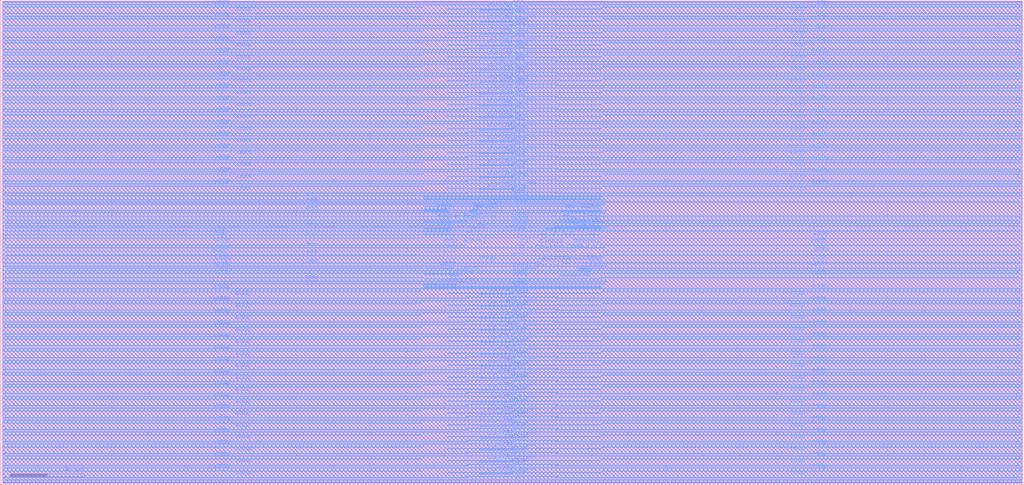
<source format=lef>
#############################################################################################
## Intel Confidential                                                                      ##
#############################################################################################
## Copyright 2022 Intel Corporation. The information contained herein is the proprietary   ##
## and confidential information of Intel or its licensors, and is supplied subject to, and ##
## may be used only in accordance with, previously executed agreements with Intel.         ##
## EXCEPT AS MAY OTHERWISE BE AGREED IN WRITING: (1) ALL MATERIALS FURNISHED BY INTEL      ##
## HEREUNDER ARE PROVIDED "AS IS" WITHOUT WARRANTY OF ANY KIND; (2) INTEL SPECIFICALLY     ##
## DISCLAIMS ANY WARRANTY OF NONINFRINGEMENT, FITNESS FOR A PARTICULAR PURPOSE OR          ##
## MERCHANTABILITY; AND (3) INTEL WILL NOT BE LIABLE FOR ANY COSTS OF PROCUREMENT OF       ##
## SUBSTITUTES, LOSS OF PROFITS, INTERRUPTION OF BUSINESS, OR FOR ANY OTHER SPECIAL,       ##
## CONSEQUENTIAL OR INCIDENTAL DAMAGES, HOWEVER CAUSED, WHETHER FOR BREACH OF WARRANTY,    ##
## CONTRACT, TORT, NEGLIGENCE, STRICT LIABILITY OR OTHERWISE.                              ##
#############################################################################################
#############################################################################################
##                                                                                         ##
##  Vendor:                Intel Corporation                                               ##
##  Product:               ip224uhdlp1p11rf                                                ##
##  Version:               r1.0.1                                                          ##
##  Technology:            p1222.4                                                         ##
##  Celltype:              MemoryIP                                                        ##
##  IP Owner:              Intel CMO                                                       ##
##  Creation Time:         Wed Sep 14 2022 15:16:23                                        ##
##  Memory Name:           ip224uhdlp1p11rf_2048x32m4b2c1s0_t0r0p1d0a1m1h                  ##
##  Memory Name Generated: ip224uhdlp1p11rf_2048x32m4b2c1s0_t0r0p1d0a1m1h                  ##
##                                                                                         ##
#############################################################################################

VERSION 5.6 ;
BUSBITCHARS "[]" ;
DIVIDERCHAR "/" ;
UNITS
  DATABASE MICRONS 2000 ;
END UNITS
SITE ip224uhdlp1p11rf_2048x32m4b2c1s0_t0r0p1d0a1m1h
  SIZE 138.5 by 65.7 ;
  SYMMETRY X Y ;
  CLASS CORE ;
END ip224uhdlp1p11rf_2048x32m4b2c1s0_t0r0p1d0a1m1h


MACRO ip224uhdlp1p11rf_2048x32m4b2c1s0_t0r0p1d0a1m1h
     FOREIGN ip224uhdlp1p11rf_2048x32m4b2c1s0_t0r0p1d0a1m1h 0.00 0.00 ;
     ORIGIN 0.00 0.00 ;
     SIZE 138.5 by 65.7 ;
     SYMMETRY X Y ;
     CLASS BLOCK ;
     SITE ip224uhdlp1p11rf_2048x32m4b2c1s0_t0r0p1d0a1m1h ;
     PIN adr[0]
     DIRECTION input ;
          USE SIGNAL ;
          PORT
               LAYER m4 ;
               RECT 75.8075 37.004 76.9975 37.08 ;
          END
     END adr[0]
     PIN adr[10]
     DIRECTION input ;
          USE SIGNAL ;
          PORT
               LAYER m4 ;
               RECT 63.6255 37.3 64.577 37.376 ;
          END
     END adr[10]
     PIN adr[1]
     DIRECTION input ;
          USE SIGNAL ;
          PORT
               LAYER m4 ;
               RECT 75.4125 35.884 76.3995 35.96 ;
          END
     END adr[1]
     PIN adr[2]
     DIRECTION input ;
          USE SIGNAL ;
          PORT
               LAYER m4 ;
               RECT 75.238 34.928 76.412 35.004 ;
          END
     END adr[2]
     PIN adr[3]
     DIRECTION input ;
          USE SIGNAL ;
          PORT
               LAYER m4 ;
               RECT 76.492 34.928 77.654 35.004 ;
          END
     END adr[3]
     PIN adr[4]
     DIRECTION input ;
          USE SIGNAL ;
          PORT
               LAYER m4 ;
               RECT 60.693 27.04 61.65 27.116 ;
          END
     END adr[4]
     PIN adr[5]
     DIRECTION input ;
          USE SIGNAL ;
          PORT
               LAYER m4 ;
               RECT 61.9745 32.406 62.914 32.462 ;
          END
     END adr[5]
     PIN adr[6]
     DIRECTION input ;
          USE SIGNAL ;
          PORT
               LAYER m4 ;
               RECT 60.656 28.306 62.037 28.382 ;
          END
     END adr[6]
     PIN adr[7]
     DIRECTION input ;
          USE SIGNAL ;
          PORT
               LAYER m4 ;
               RECT 61.0805 28.456 62.389 28.532 ;
          END
     END adr[7]
     PIN adr[8]
     DIRECTION input ;
          USE SIGNAL ;
          PORT
               LAYER m4 ;
               RECT 63.343 35.884 64.2675 35.96 ;
          END
     END adr[8]
     PIN adr[9]
     DIRECTION input ;
          USE SIGNAL ;
          PORT
               LAYER m4 ;
               RECT 63.355 37.004 64.485 37.08 ;
          END
     END adr[9]
     PIN bc1
     DIRECTION input ;
          USE SIGNAL ;
          PORT
               LAYER m4 ;
               RECT 75.4925 35.62 76.5565 35.696 ;
          END
     END bc1
     PIN bc2
     DIRECTION input ;
          USE SIGNAL ;
          PORT
               LAYER m4 ;
               RECT 76.412 33.938 77.5515 33.994 ;
          END
     END bc2
     PIN clkbyp
     DIRECTION input ;
          USE SIGNAL ;
          PORT
               LAYER m4 ;
               RECT 72.415 32.406 73.2675 32.462 ;
          END
     END clkbyp
     PIN deepslp
     DIRECTION input ;
          USE SIGNAL ;
          PORT
               LAYER m4 ;
               RECT 76.916 32.406 77.91 32.462 ;
          END
     END deepslp
     PIN din[0]
     DIRECTION input ;
          USE SIGNAL ;
          PORT
               LAYER m4 ;
               RECT 64.658 64.268 67.1525 64.376 ;
          END
     END din[0]
     PIN din[10]
     DIRECTION input ;
          USE SIGNAL ;
          PORT
               LAYER m4 ;
               RECT 64.658 48.068 67.1525 48.176 ;
          END
     END din[10]
     PIN din[11]
     DIRECTION input ;
          USE SIGNAL ;
          PORT
               LAYER m4 ;
               RECT 64.658 46.448 67.1525 46.556 ;
          END
     END din[11]
     PIN din[12]
     DIRECTION input ;
          USE SIGNAL ;
          PORT
               LAYER m4 ;
               RECT 64.658 44.828 67.1525 44.936 ;
          END
     END din[12]
     PIN din[13]
     DIRECTION input ;
          USE SIGNAL ;
          PORT
               LAYER m4 ;
               RECT 64.658 43.208 67.1525 43.316 ;
          END
     END din[13]
     PIN din[14]
     DIRECTION input ;
          USE SIGNAL ;
          PORT
               LAYER m4 ;
               RECT 64.658 41.588 67.1525 41.696 ;
          END
     END din[14]
     PIN din[15]
     DIRECTION input ;
          USE SIGNAL ;
          PORT
               LAYER m4 ;
               RECT 64.658 39.968 67.1525 40.076 ;
          END
     END din[15]
     PIN din[16]
     DIRECTION input ;
          USE SIGNAL ;
          PORT
               LAYER m4 ;
               RECT 64.658 25.748 67.1525 25.856 ;
          END
     END din[16]
     PIN din[17]
     DIRECTION input ;
          USE SIGNAL ;
          PORT
               LAYER m4 ;
               RECT 64.658 24.128 67.1525 24.236 ;
          END
     END din[17]
     PIN din[18]
     DIRECTION input ;
          USE SIGNAL ;
          PORT
               LAYER m4 ;
               RECT 64.658 22.508 67.1525 22.616 ;
          END
     END din[18]
     PIN din[19]
     DIRECTION input ;
          USE SIGNAL ;
          PORT
               LAYER m4 ;
               RECT 64.658 20.888 67.1525 20.996 ;
          END
     END din[19]
     PIN din[1]
     DIRECTION input ;
          USE SIGNAL ;
          PORT
               LAYER m4 ;
               RECT 64.658 62.648 67.1525 62.756 ;
          END
     END din[1]
     PIN din[20]
     DIRECTION input ;
          USE SIGNAL ;
          PORT
               LAYER m4 ;
               RECT 64.658 19.268 67.1525 19.376 ;
          END
     END din[20]
     PIN din[21]
     DIRECTION input ;
          USE SIGNAL ;
          PORT
               LAYER m4 ;
               RECT 64.658 17.648 67.1525 17.756 ;
          END
     END din[21]
     PIN din[22]
     DIRECTION input ;
          USE SIGNAL ;
          PORT
               LAYER m4 ;
               RECT 64.658 16.028 67.1525 16.136 ;
          END
     END din[22]
     PIN din[23]
     DIRECTION input ;
          USE SIGNAL ;
          PORT
               LAYER m4 ;
               RECT 64.658 14.408 67.1525 14.516 ;
          END
     END din[23]
     PIN din[24]
     DIRECTION input ;
          USE SIGNAL ;
          PORT
               LAYER m4 ;
               RECT 64.658 12.788 67.1525 12.896 ;
          END
     END din[24]
     PIN din[25]
     DIRECTION input ;
          USE SIGNAL ;
          PORT
               LAYER m4 ;
               RECT 64.658 11.168 67.1525 11.276 ;
          END
     END din[25]
     PIN din[26]
     DIRECTION input ;
          USE SIGNAL ;
          PORT
               LAYER m4 ;
               RECT 64.658 9.548 67.1525 9.656 ;
          END
     END din[26]
     PIN din[27]
     DIRECTION input ;
          USE SIGNAL ;
          PORT
               LAYER m4 ;
               RECT 64.658 7.928 67.1525 8.036 ;
          END
     END din[27]
     PIN din[28]
     DIRECTION input ;
          USE SIGNAL ;
          PORT
               LAYER m4 ;
               RECT 64.658 6.308 67.1525 6.416 ;
          END
     END din[28]
     PIN din[29]
     DIRECTION input ;
          USE SIGNAL ;
          PORT
               LAYER m4 ;
               RECT 64.658 4.688 67.1525 4.796 ;
          END
     END din[29]
     PIN din[2]
     DIRECTION input ;
          USE SIGNAL ;
          PORT
               LAYER m4 ;
               RECT 64.658 61.028 67.1525 61.136 ;
          END
     END din[2]
     PIN din[30]
     DIRECTION input ;
          USE SIGNAL ;
          PORT
               LAYER m4 ;
               RECT 64.658 3.068 67.1525 3.176 ;
          END
     END din[30]
     PIN din[31]
     DIRECTION input ;
          USE SIGNAL ;
          PORT
               LAYER m4 ;
               RECT 64.658 1.448 67.1525 1.556 ;
          END
     END din[31]
     PIN din[3]
     DIRECTION input ;
          USE SIGNAL ;
          PORT
               LAYER m4 ;
               RECT 64.658 59.408 67.1525 59.516 ;
          END
     END din[3]
     PIN din[4]
     DIRECTION input ;
          USE SIGNAL ;
          PORT
               LAYER m4 ;
               RECT 64.658 57.788 67.1525 57.896 ;
          END
     END din[4]
     PIN din[5]
     DIRECTION input ;
          USE SIGNAL ;
          PORT
               LAYER m4 ;
               RECT 64.658 56.168 67.1525 56.276 ;
          END
     END din[5]
     PIN din[6]
     DIRECTION input ;
          USE SIGNAL ;
          PORT
               LAYER m4 ;
               RECT 64.658 54.548 67.1525 54.656 ;
          END
     END din[6]
     PIN din[7]
     DIRECTION input ;
          USE SIGNAL ;
          PORT
               LAYER m4 ;
               RECT 64.658 52.928 67.1525 53.036 ;
          END
     END din[7]
     PIN din[8]
     DIRECTION input ;
          USE SIGNAL ;
          PORT
               LAYER m4 ;
               RECT 64.658 51.308 67.1525 51.416 ;
          END
     END din[8]
     PIN din[9]
     DIRECTION input ;
          USE SIGNAL ;
          PORT
               LAYER m4 ;
               RECT 64.658 49.688 67.1525 49.796 ;
          END
     END din[9]
     PIN fwen
     DIRECTION input ;
          USE SIGNAL ;
          PORT
               LAYER m4 ;
               RECT 76.0675 31.57 77.022 31.626 ;
          END
     END fwen
     PIN mc[0]
     DIRECTION input ;
          USE SIGNAL ;
          PORT
               LAYER m4 ;
               RECT 62.892 34.204 63.931 34.28 ;
          END
     END mc[0]
     PIN mc[1]
     DIRECTION input ;
          USE SIGNAL ;
          PORT
               LAYER m4 ;
               RECT 60.672 35.62 61.9 35.696 ;
          END
     END mc[1]
     PIN mc[2]
     DIRECTION input ;
          USE SIGNAL ;
          PORT
               LAYER m4 ;
               RECT 62.031 35.62 63.173 35.696 ;
          END
     END mc[2]
     PIN mcen
     DIRECTION input ;
          USE SIGNAL ;
          PORT
               LAYER m4 ;
               RECT 62.1285 35.884 63.065 35.96 ;
          END
     END mcen
     PIN mpr
     DIRECTION output ;
          USE SIGNAL ;
          PORT
               LAYER m4 ;
               RECT 74.773 31.57 75.709 31.626 ;
          END
     END mpr
     PIN q[0]
     DIRECTION output ;
          USE SIGNAL ;
          PORT
               LAYER m4 ;
               RECT 67.2325 64.268 69.3865 64.376 ;
          END
     END q[0]
     PIN q[10]
     DIRECTION output ;
          USE SIGNAL ;
          PORT
               LAYER m4 ;
               RECT 67.2325 48.068 69.3865 48.176 ;
          END
     END q[10]
     PIN q[11]
     DIRECTION output ;
          USE SIGNAL ;
          PORT
               LAYER m4 ;
               RECT 67.2325 46.448 69.3865 46.556 ;
          END
     END q[11]
     PIN q[12]
     DIRECTION output ;
          USE SIGNAL ;
          PORT
               LAYER m4 ;
               RECT 67.2325 44.828 69.3865 44.936 ;
          END
     END q[12]
     PIN q[13]
     DIRECTION output ;
          USE SIGNAL ;
          PORT
               LAYER m4 ;
               RECT 67.2325 43.208 69.3865 43.316 ;
          END
     END q[13]
     PIN q[14]
     DIRECTION output ;
          USE SIGNAL ;
          PORT
               LAYER m4 ;
               RECT 67.2325 41.588 69.3865 41.696 ;
          END
     END q[14]
     PIN q[15]
     DIRECTION output ;
          USE SIGNAL ;
          PORT
               LAYER m4 ;
               RECT 67.2325 39.968 69.3865 40.076 ;
          END
     END q[15]
     PIN q[16]
     DIRECTION output ;
          USE SIGNAL ;
          PORT
               LAYER m4 ;
               RECT 67.2325 25.748 69.3865 25.856 ;
          END
     END q[16]
     PIN q[17]
     DIRECTION output ;
          USE SIGNAL ;
          PORT
               LAYER m4 ;
               RECT 67.2325 24.128 69.3865 24.236 ;
          END
     END q[17]
     PIN q[18]
     DIRECTION output ;
          USE SIGNAL ;
          PORT
               LAYER m4 ;
               RECT 67.2325 22.508 69.3865 22.616 ;
          END
     END q[18]
     PIN q[19]
     DIRECTION output ;
          USE SIGNAL ;
          PORT
               LAYER m4 ;
               RECT 67.2325 20.888 69.3865 20.996 ;
          END
     END q[19]
     PIN q[1]
     DIRECTION output ;
          USE SIGNAL ;
          PORT
               LAYER m4 ;
               RECT 67.2325 62.648 69.3865 62.756 ;
          END
     END q[1]
     PIN q[20]
     DIRECTION output ;
          USE SIGNAL ;
          PORT
               LAYER m4 ;
               RECT 67.2325 19.268 69.3865 19.376 ;
          END
     END q[20]
     PIN q[21]
     DIRECTION output ;
          USE SIGNAL ;
          PORT
               LAYER m4 ;
               RECT 67.2325 17.648 69.3865 17.756 ;
          END
     END q[21]
     PIN q[22]
     DIRECTION output ;
          USE SIGNAL ;
          PORT
               LAYER m4 ;
               RECT 67.2325 16.028 69.3865 16.136 ;
          END
     END q[22]
     PIN q[23]
     DIRECTION output ;
          USE SIGNAL ;
          PORT
               LAYER m4 ;
               RECT 67.2325 14.408 69.3865 14.516 ;
          END
     END q[23]
     PIN q[24]
     DIRECTION output ;
          USE SIGNAL ;
          PORT
               LAYER m4 ;
               RECT 67.2325 12.788 69.3865 12.896 ;
          END
     END q[24]
     PIN q[25]
     DIRECTION output ;
          USE SIGNAL ;
          PORT
               LAYER m4 ;
               RECT 67.2325 11.168 69.3865 11.276 ;
          END
     END q[25]
     PIN q[26]
     DIRECTION output ;
          USE SIGNAL ;
          PORT
               LAYER m4 ;
               RECT 67.2325 9.548 69.3865 9.656 ;
          END
     END q[26]
     PIN q[27]
     DIRECTION output ;
          USE SIGNAL ;
          PORT
               LAYER m4 ;
               RECT 67.2325 7.928 69.3865 8.036 ;
          END
     END q[27]
     PIN q[28]
     DIRECTION output ;
          USE SIGNAL ;
          PORT
               LAYER m4 ;
               RECT 67.2325 6.308 69.3865 6.416 ;
          END
     END q[28]
     PIN q[29]
     DIRECTION output ;
          USE SIGNAL ;
          PORT
               LAYER m4 ;
               RECT 67.2325 4.688 69.3865 4.796 ;
          END
     END q[29]
     PIN q[2]
     DIRECTION output ;
          USE SIGNAL ;
          PORT
               LAYER m4 ;
               RECT 67.2325 61.028 69.3865 61.136 ;
          END
     END q[2]
     PIN q[30]
     DIRECTION output ;
          USE SIGNAL ;
          PORT
               LAYER m4 ;
               RECT 67.2325 3.068 69.3865 3.176 ;
          END
     END q[30]
     PIN q[31]
     DIRECTION output ;
          USE SIGNAL ;
          PORT
               LAYER m4 ;
               RECT 67.2325 1.448 69.3865 1.556 ;
          END
     END q[31]
     PIN q[3]
     DIRECTION output ;
          USE SIGNAL ;
          PORT
               LAYER m4 ;
               RECT 67.2325 59.408 69.3865 59.516 ;
          END
     END q[3]
     PIN q[4]
     DIRECTION output ;
          USE SIGNAL ;
          PORT
               LAYER m4 ;
               RECT 67.2325 57.788 69.3865 57.896 ;
          END
     END q[4]
     PIN q[5]
     DIRECTION output ;
          USE SIGNAL ;
          PORT
               LAYER m4 ;
               RECT 67.2325 56.168 69.3865 56.276 ;
          END
     END q[5]
     PIN q[6]
     DIRECTION output ;
          USE SIGNAL ;
          PORT
               LAYER m4 ;
               RECT 67.2325 54.548 69.3865 54.656 ;
          END
     END q[6]
     PIN q[7]
     DIRECTION output ;
          USE SIGNAL ;
          PORT
               LAYER m4 ;
               RECT 67.2325 52.928 69.3865 53.036 ;
          END
     END q[7]
     PIN q[8]
     DIRECTION output ;
          USE SIGNAL ;
          PORT
               LAYER m4 ;
               RECT 67.2325 51.308 69.3865 51.416 ;
          END
     END q[8]
     PIN q[9]
     DIRECTION output ;
          USE SIGNAL ;
          PORT
               LAYER m4 ;
               RECT 67.2325 49.688 69.3865 49.796 ;
          END
     END q[9]
     PIN ren
     DIRECTION input ;
          USE SIGNAL ;
          PORT
               LAYER m4 ;
               RECT 71.798 31.57 72.7035 31.626 ;
          END
     END ren
     PIN shutoff
     DIRECTION input ;
          USE SIGNAL ;
          PORT
               LAYER m4 ;
               RECT 77.244 31.57 78.1655 31.626 ;
          END
     END shutoff
     PIN sleep
     DIRECTION input ;
          USE SIGNAL ;
          PORT
               LAYER m4 ;
               RECT 79.4035 33.938 80.3265 33.994 ;
          END
     END sleep
     PIN wa[0]
     DIRECTION input ;
          USE SIGNAL ;
          PORT
               LAYER m4 ;
               RECT 74.36 33.938 75.3245 33.994 ;
          END
     END wa[0]
     PIN wa[1]
     DIRECTION input ;
          USE SIGNAL ;
          PORT
               LAYER m4 ;
               RECT 73.1475 33.938 74.178 33.994 ;
          END
     END wa[1]
     PIN wen
     DIRECTION input ;
          USE SIGNAL ;
          PORT
               LAYER m4 ;
               RECT 73.262 31.57 74.15 31.626 ;
          END
     END wen
     PIN wpulse[0]
     DIRECTION input ;
          USE SIGNAL ;
          PORT
               LAYER m4 ;
               RECT 75.887 30.004 77.144 30.08 ;
          END
     END wpulse[0]
     PIN wpulse[1]
     DIRECTION input ;
          USE SIGNAL ;
          PORT
               LAYER m4 ;
               RECT 71.4065 29.28 72.45 29.356 ;
          END
     END wpulse[1]
     PIN wpulseen
     DIRECTION input ;
          USE SIGNAL ;
          PORT
               LAYER m4 ;
               RECT 72.2125 30.004 73.099 30.08 ;
          END
     END wpulseen
     PIN clk
     DIRECTION input ;
          USE CLOCK ;
          PORT
               LAYER m4 ;
               RECT 69.8725 32.406 70.9045 32.462 ;
          END
     END clk
     PIN vddp
     SHAPE ABUTMENT ;
     DIRECTION input ;
          USE POWER ;
          PORT
               LAYER m4 ;
               RECT 0.48 0.958 63.049 1.034 ;
          END
          PORT
               LAYER m4 ;
               RECT 0.48 1.846 57.036 1.922 ;
          END
          PORT
               LAYER m4 ;
               RECT 0.48 10.678 63.049 10.754 ;
          END
          PORT
               LAYER m4 ;
               RECT 0.48 11.566 57.036 11.642 ;
          END
          PORT
               LAYER m4 ;
               RECT 0.48 12.298 63.049 12.374 ;
          END
          PORT
               LAYER m4 ;
               RECT 0.48 13.186 57.036 13.262 ;
          END
          PORT
               LAYER m4 ;
               RECT 0.48 13.918 63.049 13.994 ;
          END
          PORT
               LAYER m4 ;
               RECT 0.48 14.806 57.036 14.882 ;
          END
          PORT
               LAYER m4 ;
               RECT 0.48 15.538 63.049 15.614 ;
          END
          PORT
               LAYER m4 ;
               RECT 0.48 16.426 57.036 16.502 ;
          END
          PORT
               LAYER m4 ;
               RECT 0.48 17.158 63.049 17.234 ;
          END
          PORT
               LAYER m4 ;
               RECT 0.48 18.046 57.036 18.122 ;
          END
          PORT
               LAYER m4 ;
               RECT 0.48 18.778 63.049 18.854 ;
          END
          PORT
               LAYER m4 ;
               RECT 0.48 19.666 57.036 19.742 ;
          END
          PORT
               LAYER m4 ;
               RECT 0.48 2.578 63.049 2.654 ;
          END
          PORT
               LAYER m4 ;
               RECT 0.48 20.398 63.049 20.474 ;
          END
          PORT
               LAYER m4 ;
               RECT 0.48 21.286 57.036 21.362 ;
          END
          PORT
               LAYER m4 ;
               RECT 0.48 22.018 63.049 22.094 ;
          END
          PORT
               LAYER m4 ;
               RECT 0.48 22.906 57.036 22.982 ;
          END
          PORT
               LAYER m4 ;
               RECT 0.48 23.638 63.049 23.714 ;
          END
          PORT
               LAYER m4 ;
               RECT 0.48 24.526 57.036 24.602 ;
          END
          PORT
               LAYER m4 ;
               RECT 0.48 25.258 63.049 25.334 ;
          END
          PORT
               LAYER m4 ;
               RECT 0.48 26.146 57.036 26.222 ;
          END
          PORT
               LAYER m4 ;
               RECT 0.48 3.466 57.036 3.542 ;
          END
          PORT
               LAYER m4 ;
               RECT 0.48 39.478 63.049 39.554 ;
          END
          PORT
               LAYER m4 ;
               RECT 0.48 4.198 63.049 4.274 ;
          END
          PORT
               LAYER m4 ;
               RECT 0.48 40.366 57.036 40.442 ;
          END
          PORT
               LAYER m4 ;
               RECT 0.48 41.098 63.049 41.174 ;
          END
          PORT
               LAYER m4 ;
               RECT 0.48 41.986 57.036 42.062 ;
          END
          PORT
               LAYER m4 ;
               RECT 0.48 42.718 63.049 42.794 ;
          END
          PORT
               LAYER m4 ;
               RECT 0.48 43.606 57.036 43.682 ;
          END
          PORT
               LAYER m4 ;
               RECT 0.48 44.338 63.049 44.414 ;
          END
          PORT
               LAYER m4 ;
               RECT 0.48 45.226 57.036 45.302 ;
          END
          PORT
               LAYER m4 ;
               RECT 0.48 45.958 63.049 46.034 ;
          END
          PORT
               LAYER m4 ;
               RECT 0.48 46.846 57.036 46.922 ;
          END
          PORT
               LAYER m4 ;
               RECT 0.48 47.578 63.049 47.654 ;
          END
          PORT
               LAYER m4 ;
               RECT 0.48 48.466 57.036 48.542 ;
          END
          PORT
               LAYER m4 ;
               RECT 0.48 49.198 63.049 49.274 ;
          END
          PORT
               LAYER m4 ;
               RECT 0.48 5.086 57.036 5.162 ;
          END
          PORT
               LAYER m4 ;
               RECT 0.48 5.818 63.049 5.894 ;
          END
          PORT
               LAYER m4 ;
               RECT 0.48 50.086 57.036 50.162 ;
          END
          PORT
               LAYER m4 ;
               RECT 0.48 50.818 63.049 50.894 ;
          END
          PORT
               LAYER m4 ;
               RECT 0.48 51.706 57.036 51.782 ;
          END
          PORT
               LAYER m4 ;
               RECT 0.48 52.438 63.049 52.514 ;
          END
          PORT
               LAYER m4 ;
               RECT 0.48 53.326 57.036 53.402 ;
          END
          PORT
               LAYER m4 ;
               RECT 0.48 54.058 63.049 54.134 ;
          END
          PORT
               LAYER m4 ;
               RECT 0.48 54.946 57.036 55.022 ;
          END
          PORT
               LAYER m4 ;
               RECT 0.48 55.678 63.049 55.754 ;
          END
          PORT
               LAYER m4 ;
               RECT 0.48 56.566 57.036 56.642 ;
          END
          PORT
               LAYER m4 ;
               RECT 0.48 57.298 63.049 57.374 ;
          END
          PORT
               LAYER m4 ;
               RECT 0.48 58.186 57.036 58.262 ;
          END
          PORT
               LAYER m4 ;
               RECT 0.48 58.918 63.049 58.994 ;
          END
          PORT
               LAYER m4 ;
               RECT 0.48 59.806 57.036 59.882 ;
          END
          PORT
               LAYER m4 ;
               RECT 0.48 6.706 57.036 6.782 ;
          END
          PORT
               LAYER m4 ;
               RECT 0.48 60.538 63.049 60.614 ;
          END
          PORT
               LAYER m4 ;
               RECT 0.48 61.426 57.036 61.502 ;
          END
          PORT
               LAYER m4 ;
               RECT 0.48 62.158 63.049 62.234 ;
          END
          PORT
               LAYER m4 ;
               RECT 0.48 63.046 57.036 63.122 ;
          END
          PORT
               LAYER m4 ;
               RECT 0.48 63.778 63.049 63.854 ;
          END
          PORT
               LAYER m4 ;
               RECT 0.48 64.666 57.036 64.742 ;
          END
          PORT
               LAYER m4 ;
               RECT 0.48 7.438 63.049 7.514 ;
          END
          PORT
               LAYER m4 ;
               RECT 0.48 8.326 57.036 8.402 ;
          END
          PORT
               LAYER m4 ;
               RECT 0.48 9.058 63.049 9.134 ;
          END
          PORT
               LAYER m4 ;
               RECT 0.48 9.946 57.036 10.022 ;
          END
          PORT
               LAYER m4 ;
               RECT 0.616 28.028 57.208 28.104 ;
          END
          PORT
               LAYER m4 ;
               RECT 0.616 28.588 137.884 28.664 ;
          END
          PORT
               LAYER m4 ;
               RECT 0.616 28.984 137.884 29.06 ;
          END
          PORT
               LAYER m4 ;
               RECT 0.616 29.28 57.208 29.356 ;
          END
          PORT
               LAYER m4 ;
               RECT 0.616 30.004 57.208 30.08 ;
          END
          PORT
               LAYER m4 ;
               RECT 0.616 31.072 56.56 31.116 ;
          END
          PORT
               LAYER m4 ;
               RECT 0.616 31.57 57.208 31.626 ;
          END
          PORT
               LAYER m4 ;
               RECT 0.616 32.406 57.208 32.462 ;
          END
          PORT
               LAYER m4 ;
               RECT 0.616 33.324 56.56 33.368 ;
          END
          PORT
               LAYER m4 ;
               RECT 0.616 34.336 137.884 34.412 ;
          END
          PORT
               LAYER m4 ;
               RECT 0.616 35.06 137.884 35.136 ;
          END
          PORT
               LAYER m4 ;
               RECT 0.616 35.356 137.884 35.432 ;
          END
          PORT
               LAYER m4 ;
               RECT 0.616 35.752 137.884 35.828 ;
          END
          PORT
               LAYER m4 ;
               RECT 0.616 36.312 137.884 36.388 ;
          END
          PORT
               LAYER m4 ;
               RECT 0.616 38.256 137.884 38.364 ;
          END
          PORT
               LAYER m4 ;
               RECT 57.248 26.644 81.252 26.72 ;
          END
          PORT
               LAYER m4 ;
               RECT 57.248 26.776 81.252 26.852 ;
          END
          PORT
               LAYER m4 ;
               RECT 57.248 27.04 60.613 27.116 ;
          END
          PORT
               LAYER m4 ;
               RECT 57.248 27.896 81.252 27.972 ;
          END
          PORT
               LAYER m4 ;
               RECT 57.248 28.456 61.0005 28.532 ;
          END
          PORT
               LAYER m4 ;
               RECT 57.248 37.696 81.252 37.772 ;
          END
          PORT
               LAYER m4 ;
               RECT 57.248 38.716 81.252 38.792 ;
          END
          PORT
               LAYER m4 ;
               RECT 57.248 38.98 81.252 39.056 ;
          END
          PORT
               LAYER m4 ;
               RECT 57.2565 33.938 61.2505 33.994 ;
          END
          PORT
               LAYER m4 ;
               RECT 57.2565 34.204 60.8165 34.28 ;
          END
          PORT
               LAYER m4 ;
               RECT 57.2565 34.632 60.5665 34.708 ;
          END
          PORT
               LAYER m4 ;
               RECT 57.2565 35.62 60.5665 35.696 ;
          END
          PORT
               LAYER m4 ;
               RECT 57.2565 35.884 60.5665 35.96 ;
          END
          PORT
               LAYER m4 ;
               RECT 57.2565 37.004 60.5665 37.08 ;
          END
          PORT
               LAYER m4 ;
               RECT 57.2565 37.3 60.5665 37.376 ;
          END
          PORT
               LAYER m4 ;
               RECT 57.299 32.406 61.7495 32.462 ;
          END
          PORT
               LAYER m4 ;
               RECT 57.302 31.57 62.0135 31.626 ;
          END
          PORT
               LAYER m4 ;
               RECT 57.317 30.004 72.1325 30.08 ;
          END
          PORT
               LAYER m4 ;
               RECT 57.38 29.28 61.212 29.356 ;
          END
          PORT
               LAYER m4 ;
               RECT 62.973 1.08 75.3295 1.156 ;
          END
          PORT
               LAYER m4 ;
               RECT 62.973 10.8 75.3295 10.876 ;
          END
          PORT
               LAYER m4 ;
               RECT 62.973 12.42 75.3295 12.496 ;
          END
          PORT
               LAYER m4 ;
               RECT 62.973 14.04 75.3295 14.116 ;
          END
          PORT
               LAYER m4 ;
               RECT 62.973 15.66 75.3295 15.736 ;
          END
          PORT
               LAYER m4 ;
               RECT 62.973 17.28 75.3295 17.356 ;
          END
          PORT
               LAYER m4 ;
               RECT 62.973 18.9 75.3295 18.976 ;
          END
          PORT
               LAYER m4 ;
               RECT 62.973 2.7 75.3295 2.776 ;
          END
          PORT
               LAYER m4 ;
               RECT 62.973 20.52 75.3295 20.596 ;
          END
          PORT
               LAYER m4 ;
               RECT 62.973 22.14 75.3295 22.216 ;
          END
          PORT
               LAYER m4 ;
               RECT 62.973 23.76 75.3295 23.836 ;
          END
          PORT
               LAYER m4 ;
               RECT 62.973 25.38 75.3295 25.456 ;
          END
          PORT
               LAYER m4 ;
               RECT 62.973 39.6 75.3295 39.676 ;
          END
          PORT
               LAYER m4 ;
               RECT 62.973 4.32 75.3295 4.396 ;
          END
          PORT
               LAYER m4 ;
               RECT 62.973 41.22 75.3295 41.296 ;
          END
          PORT
               LAYER m4 ;
               RECT 62.973 42.84 75.3295 42.916 ;
          END
          PORT
               LAYER m4 ;
               RECT 62.973 44.46 75.3295 44.536 ;
          END
          PORT
               LAYER m4 ;
               RECT 62.973 46.08 75.3295 46.156 ;
          END
          PORT
               LAYER m4 ;
               RECT 62.973 47.7 75.3295 47.776 ;
          END
          PORT
               LAYER m4 ;
               RECT 62.973 49.32 75.3295 49.396 ;
          END
          PORT
               LAYER m4 ;
               RECT 62.973 5.94 75.3295 6.016 ;
          END
          PORT
               LAYER m4 ;
               RECT 62.973 50.94 75.3295 51.016 ;
          END
          PORT
               LAYER m4 ;
               RECT 62.973 52.56 75.3295 52.636 ;
          END
          PORT
               LAYER m4 ;
               RECT 62.973 54.18 75.3295 54.256 ;
          END
          PORT
               LAYER m4 ;
               RECT 62.973 55.8 75.3295 55.876 ;
          END
          PORT
               LAYER m4 ;
               RECT 62.973 57.42 75.3295 57.496 ;
          END
          PORT
               LAYER m4 ;
               RECT 62.973 59.04 75.3295 59.116 ;
          END
          PORT
               LAYER m4 ;
               RECT 62.973 60.66 75.3295 60.736 ;
          END
          PORT
               LAYER m4 ;
               RECT 62.973 62.28 75.3295 62.356 ;
          END
          PORT
               LAYER m4 ;
               RECT 62.973 63.9 75.3295 63.976 ;
          END
          PORT
               LAYER m4 ;
               RECT 62.973 7.56 75.3295 7.636 ;
          END
          PORT
               LAYER m4 ;
               RECT 62.973 9.18 75.3295 9.256 ;
          END
          PORT
               LAYER m4 ;
               RECT 73.686 34.632 81.2055 34.688 ;
          END
          PORT
               LAYER m4 ;
               RECT 75.2535 0.958 138.02 1.034 ;
          END
          PORT
               LAYER m4 ;
               RECT 75.2535 10.678 138.02 10.754 ;
          END
          PORT
               LAYER m4 ;
               RECT 75.2535 12.298 138.02 12.374 ;
          END
          PORT
               LAYER m4 ;
               RECT 75.2535 13.918 138.02 13.994 ;
          END
          PORT
               LAYER m4 ;
               RECT 75.2535 15.538 138.02 15.614 ;
          END
          PORT
               LAYER m4 ;
               RECT 75.2535 17.158 138.02 17.234 ;
          END
          PORT
               LAYER m4 ;
               RECT 75.2535 18.778 138.02 18.854 ;
          END
          PORT
               LAYER m4 ;
               RECT 75.2535 2.578 138.02 2.654 ;
          END
          PORT
               LAYER m4 ;
               RECT 75.2535 20.398 138.02 20.474 ;
          END
          PORT
               LAYER m4 ;
               RECT 75.2535 22.018 138.02 22.094 ;
          END
          PORT
               LAYER m4 ;
               RECT 75.2535 23.638 138.02 23.714 ;
          END
          PORT
               LAYER m4 ;
               RECT 75.2535 25.258 138.02 25.334 ;
          END
          PORT
               LAYER m4 ;
               RECT 75.2535 39.478 138.02 39.554 ;
          END
          PORT
               LAYER m4 ;
               RECT 75.2535 4.198 138.02 4.274 ;
          END
          PORT
               LAYER m4 ;
               RECT 75.2535 41.098 138.02 41.174 ;
          END
          PORT
               LAYER m4 ;
               RECT 75.2535 42.718 138.02 42.794 ;
          END
          PORT
               LAYER m4 ;
               RECT 75.2535 44.338 138.02 44.414 ;
          END
          PORT
               LAYER m4 ;
               RECT 75.2535 45.958 138.02 46.034 ;
          END
          PORT
               LAYER m4 ;
               RECT 75.2535 47.578 138.02 47.654 ;
          END
          PORT
               LAYER m4 ;
               RECT 75.2535 49.198 138.02 49.274 ;
          END
          PORT
               LAYER m4 ;
               RECT 75.2535 5.818 138.02 5.894 ;
          END
          PORT
               LAYER m4 ;
               RECT 75.2535 50.818 138.02 50.894 ;
          END
          PORT
               LAYER m4 ;
               RECT 75.2535 52.438 138.02 52.514 ;
          END
          PORT
               LAYER m4 ;
               RECT 75.2535 54.058 138.02 54.134 ;
          END
          PORT
               LAYER m4 ;
               RECT 75.2535 55.678 138.02 55.754 ;
          END
          PORT
               LAYER m4 ;
               RECT 75.2535 57.298 138.02 57.374 ;
          END
          PORT
               LAYER m4 ;
               RECT 75.2535 58.918 138.02 58.994 ;
          END
          PORT
               LAYER m4 ;
               RECT 75.2535 60.538 138.02 60.614 ;
          END
          PORT
               LAYER m4 ;
               RECT 75.2535 62.158 138.02 62.234 ;
          END
          PORT
               LAYER m4 ;
               RECT 75.2535 63.778 138.02 63.854 ;
          END
          PORT
               LAYER m4 ;
               RECT 75.2535 7.438 138.02 7.514 ;
          END
          PORT
               LAYER m4 ;
               RECT 75.2535 9.058 138.02 9.134 ;
          END
          PORT
               LAYER m4 ;
               RECT 75.631 28.292 79.74 28.4 ;
          END
          PORT
               LAYER m4 ;
               RECT 76.4795 35.884 81.252 35.96 ;
          END
          PORT
               LAYER m4 ;
               RECT 76.6365 35.62 81.252 35.696 ;
          END
          PORT
               LAYER m4 ;
               RECT 77.0775 37.004 81.252 37.08 ;
          END
          PORT
               LAYER m4 ;
               RECT 77.3345 30.004 81.1125 30.08 ;
          END
          PORT
               LAYER m4 ;
               RECT 77.859 29.28 81.252 29.356 ;
          END
          PORT
               LAYER m4 ;
               RECT 78.0175 34.928 81.2525 35.004 ;
          END
          PORT
               LAYER m4 ;
               RECT 81.292 28.028 137.884 28.104 ;
          END
          PORT
               LAYER m4 ;
               RECT 81.292 30.004 137.884 30.08 ;
          END
          PORT
               LAYER m4 ;
               RECT 81.292 31.57 137.884 31.626 ;
          END
          PORT
               LAYER m4 ;
               RECT 81.292 32.406 137.884 32.462 ;
          END
          PORT
               LAYER m4 ;
               RECT 81.332 29.28 137.884 29.356 ;
          END
          PORT
               LAYER m4 ;
               RECT 81.397 1.846 138.02 1.922 ;
          END
          PORT
               LAYER m4 ;
               RECT 81.397 11.566 138.02 11.642 ;
          END
          PORT
               LAYER m4 ;
               RECT 81.397 13.186 138.02 13.262 ;
          END
          PORT
               LAYER m4 ;
               RECT 81.397 14.806 138.02 14.882 ;
          END
          PORT
               LAYER m4 ;
               RECT 81.397 16.426 138.02 16.502 ;
          END
          PORT
               LAYER m4 ;
               RECT 81.397 18.046 138.02 18.122 ;
          END
          PORT
               LAYER m4 ;
               RECT 81.397 19.666 138.02 19.742 ;
          END
          PORT
               LAYER m4 ;
               RECT 81.397 21.286 138.02 21.362 ;
          END
          PORT
               LAYER m4 ;
               RECT 81.397 22.906 138.02 22.982 ;
          END
          PORT
               LAYER m4 ;
               RECT 81.397 24.526 138.02 24.602 ;
          END
          PORT
               LAYER m4 ;
               RECT 81.397 26.146 138.02 26.222 ;
          END
          PORT
               LAYER m4 ;
               RECT 81.397 3.466 138.02 3.542 ;
          END
          PORT
               LAYER m4 ;
               RECT 81.397 40.366 138.02 40.442 ;
          END
          PORT
               LAYER m4 ;
               RECT 81.397 41.986 138.02 42.062 ;
          END
          PORT
               LAYER m4 ;
               RECT 81.397 43.606 138.02 43.682 ;
          END
          PORT
               LAYER m4 ;
               RECT 81.397 45.226 138.02 45.302 ;
          END
          PORT
               LAYER m4 ;
               RECT 81.397 46.846 138.02 46.922 ;
          END
          PORT
               LAYER m4 ;
               RECT 81.397 48.466 138.02 48.542 ;
          END
          PORT
               LAYER m4 ;
               RECT 81.397 5.086 138.02 5.162 ;
          END
          PORT
               LAYER m4 ;
               RECT 81.397 50.086 138.02 50.162 ;
          END
          PORT
               LAYER m4 ;
               RECT 81.397 51.706 138.02 51.782 ;
          END
          PORT
               LAYER m4 ;
               RECT 81.397 53.326 138.02 53.402 ;
          END
          PORT
               LAYER m4 ;
               RECT 81.397 54.946 138.02 55.022 ;
          END
          PORT
               LAYER m4 ;
               RECT 81.397 56.566 138.02 56.642 ;
          END
          PORT
               LAYER m4 ;
               RECT 81.397 58.186 138.02 58.262 ;
          END
          PORT
               LAYER m4 ;
               RECT 81.397 59.806 138.02 59.882 ;
          END
          PORT
               LAYER m4 ;
               RECT 81.397 6.706 138.02 6.782 ;
          END
          PORT
               LAYER m4 ;
               RECT 81.397 61.426 138.02 61.502 ;
          END
          PORT
               LAYER m4 ;
               RECT 81.397 63.046 138.02 63.122 ;
          END
          PORT
               LAYER m4 ;
               RECT 81.397 64.666 138.02 64.742 ;
          END
          PORT
               LAYER m4 ;
               RECT 81.397 8.326 138.02 8.402 ;
          END
          PORT
               LAYER m4 ;
               RECT 81.397 9.946 138.02 10.022 ;
          END
          PORT
               LAYER m4 ;
               RECT 81.94 31.072 137.884 31.116 ;
          END
          PORT
               LAYER m4 ;
               RECT 81.94 33.324 137.884 33.368 ;
          END
     END vddp
     PIN vss
     SHAPE ABUTMENT ;
     DIRECTION inout ;
          USE GROUND ;
          PORT
               LAYER m4 ;
               RECT 0.48 0.592 138.02 0.668 ;
          END
          PORT
               LAYER m4 ;
               RECT 0.48 10.312 138.02 10.388 ;
          END
          PORT
               LAYER m4 ;
               RECT 0.48 11.932 138.02 12.008 ;
          END
          PORT
               LAYER m4 ;
               RECT 0.48 13.552 138.02 13.628 ;
          END
          PORT
               LAYER m4 ;
               RECT 0.48 15.172 138.02 15.248 ;
          END
          PORT
               LAYER m4 ;
               RECT 0.48 16.792 138.02 16.868 ;
          END
          PORT
               LAYER m4 ;
               RECT 0.48 18.412 138.02 18.488 ;
          END
          PORT
               LAYER m4 ;
               RECT 0.48 2.212 138.02 2.288 ;
          END
          PORT
               LAYER m4 ;
               RECT 0.48 20.032 138.02 20.108 ;
          END
          PORT
               LAYER m4 ;
               RECT 0.48 21.652 138.02 21.728 ;
          END
          PORT
               LAYER m4 ;
               RECT 0.48 23.272 138.02 23.348 ;
          END
          PORT
               LAYER m4 ;
               RECT 0.48 24.892 138.02 24.968 ;
          END
          PORT
               LAYER m4 ;
               RECT 0.48 26.512 138.02 26.588 ;
          END
          PORT
               LAYER m4 ;
               RECT 0.48 3.832 138.02 3.908 ;
          END
          PORT
               LAYER m4 ;
               RECT 0.48 39.112 138.02 39.188 ;
          END
          PORT
               LAYER m4 ;
               RECT 0.48 40.732 138.02 40.808 ;
          END
          PORT
               LAYER m4 ;
               RECT 0.48 42.352 138.02 42.428 ;
          END
          PORT
               LAYER m4 ;
               RECT 0.48 43.972 138.02 44.048 ;
          END
          PORT
               LAYER m4 ;
               RECT 0.48 45.592 138.02 45.668 ;
          END
          PORT
               LAYER m4 ;
               RECT 0.48 47.212 138.02 47.288 ;
          END
          PORT
               LAYER m4 ;
               RECT 0.48 48.832 138.02 48.908 ;
          END
          PORT
               LAYER m4 ;
               RECT 0.48 5.452 138.02 5.528 ;
          END
          PORT
               LAYER m4 ;
               RECT 0.48 50.452 138.02 50.528 ;
          END
          PORT
               LAYER m4 ;
               RECT 0.48 52.072 138.02 52.148 ;
          END
          PORT
               LAYER m4 ;
               RECT 0.48 53.692 138.02 53.768 ;
          END
          PORT
               LAYER m4 ;
               RECT 0.48 55.312 138.02 55.388 ;
          END
          PORT
               LAYER m4 ;
               RECT 0.48 56.932 138.02 57.008 ;
          END
          PORT
               LAYER m4 ;
               RECT 0.48 58.552 138.02 58.628 ;
          END
          PORT
               LAYER m4 ;
               RECT 0.48 60.172 138.02 60.248 ;
          END
          PORT
               LAYER m4 ;
               RECT 0.48 61.792 138.02 61.868 ;
          END
          PORT
               LAYER m4 ;
               RECT 0.48 63.412 138.02 63.488 ;
          END
          PORT
               LAYER m4 ;
               RECT 0.48 65.032 138.02 65.108 ;
          END
          PORT
               LAYER m4 ;
               RECT 0.48 7.072 138.02 7.148 ;
          END
          PORT
               LAYER m4 ;
               RECT 0.48 8.692 138.02 8.768 ;
          END
          PORT
               LAYER m4 ;
               RECT 0.616 27.172 81.94 27.28 ;
          END
          PORT
               LAYER m4 ;
               RECT 0.616 27.468 81.94 27.576 ;
          END
          PORT
               LAYER m4 ;
               RECT 0.616 29.544 81.94 29.652 ;
          END
          PORT
               LAYER m4 ;
               RECT 0.616 30.566 57.208 30.61 ;
          END
          PORT
               LAYER m4 ;
               RECT 0.616 30.982 81.94 31.026 ;
          END
          PORT
               LAYER m4 ;
               RECT 0.616 32.08 81.94 32.156 ;
          END
          PORT
               LAYER m4 ;
               RECT 0.616 33.414 81.94 33.458 ;
          END
          PORT
               LAYER m4 ;
               RECT 0.616 33.83 57.208 33.874 ;
          END
          PORT
               LAYER m4 ;
               RECT 0.616 34.764 81.94 34.872 ;
          END
          PORT
               LAYER m4 ;
               RECT 0.616 36.84 81.94 36.948 ;
          END
          PORT
               LAYER m4 ;
               RECT 0.616 37.136 81.94 37.244 ;
          END
          PORT
               LAYER m4 ;
               RECT 0.616 37.96 81.94 38.068 ;
          END
          PORT
               LAYER m4 ;
               RECT 0.616 38.552 81.94 38.66 ;
          END
          PORT
               LAYER m4 ;
               RECT 57.3355 30.554 81.1275 30.61 ;
          END
          PORT
               LAYER m4 ;
               RECT 57.3665 33.836 81.2115 33.892 ;
          END
          PORT
               LAYER m4 ;
               RECT 60.4615 1.602 81.2155 1.678 ;
          END
          PORT
               LAYER m4 ;
               RECT 60.4615 11.322 81.2155 11.398 ;
          END
          PORT
               LAYER m4 ;
               RECT 60.4615 12.942 81.2155 13.018 ;
          END
          PORT
               LAYER m4 ;
               RECT 60.4615 14.562 81.2155 14.638 ;
          END
          PORT
               LAYER m4 ;
               RECT 60.4615 16.182 81.2155 16.258 ;
          END
          PORT
               LAYER m4 ;
               RECT 60.4615 17.802 81.2155 17.878 ;
          END
          PORT
               LAYER m4 ;
               RECT 60.4615 19.422 81.2155 19.498 ;
          END
          PORT
               LAYER m4 ;
               RECT 60.4615 21.042 81.2155 21.118 ;
          END
          PORT
               LAYER m4 ;
               RECT 60.4615 22.662 81.2155 22.738 ;
          END
          PORT
               LAYER m4 ;
               RECT 60.4615 24.282 81.2155 24.358 ;
          END
          PORT
               LAYER m4 ;
               RECT 60.4615 25.902 81.2155 25.978 ;
          END
          PORT
               LAYER m4 ;
               RECT 60.4615 3.222 81.2155 3.298 ;
          END
          PORT
               LAYER m4 ;
               RECT 60.4615 4.842 81.2155 4.918 ;
          END
          PORT
               LAYER m4 ;
               RECT 60.4615 40.122 81.2155 40.198 ;
          END
          PORT
               LAYER m4 ;
               RECT 60.4615 41.742 81.2155 41.818 ;
          END
          PORT
               LAYER m4 ;
               RECT 60.4615 43.362 81.2155 43.438 ;
          END
          PORT
               LAYER m4 ;
               RECT 60.4615 44.982 81.2155 45.058 ;
          END
          PORT
               LAYER m4 ;
               RECT 60.4615 46.602 81.2155 46.678 ;
          END
          PORT
               LAYER m4 ;
               RECT 60.4615 48.222 81.2155 48.298 ;
          END
          PORT
               LAYER m4 ;
               RECT 60.4615 49.842 81.2155 49.918 ;
          END
          PORT
               LAYER m4 ;
               RECT 60.4615 51.462 81.2155 51.538 ;
          END
          PORT
               LAYER m4 ;
               RECT 60.4615 53.082 81.2155 53.158 ;
          END
          PORT
               LAYER m4 ;
               RECT 60.4615 54.702 81.2155 54.778 ;
          END
          PORT
               LAYER m4 ;
               RECT 60.4615 56.322 81.2155 56.398 ;
          END
          PORT
               LAYER m4 ;
               RECT 60.4615 57.942 81.2155 58.018 ;
          END
          PORT
               LAYER m4 ;
               RECT 60.4615 59.562 81.2155 59.638 ;
          END
          PORT
               LAYER m4 ;
               RECT 60.4615 6.462 81.2155 6.538 ;
          END
          PORT
               LAYER m4 ;
               RECT 60.4615 61.182 81.2155 61.258 ;
          END
          PORT
               LAYER m4 ;
               RECT 60.4615 62.802 81.2155 62.878 ;
          END
          PORT
               LAYER m4 ;
               RECT 60.4615 64.422 81.2155 64.498 ;
          END
          PORT
               LAYER m4 ;
               RECT 60.4615 8.082 81.2155 8.158 ;
          END
          PORT
               LAYER m4 ;
               RECT 60.4615 9.702 81.2155 9.778 ;
          END
     END vss
     OBS
          LAYER m1 SPACING 0 ;
               RECT 0.248 0.198 138.252 65.502 ;
          LAYER m2 SPACING 0 ;
               RECT 0.32 0.268 138.18 65.432 ;
          LAYER m3 SPACING 0 ;
               RECT 0.342 0.24 138.158 65.46 ;
          LAYER m4 SPACING 0 ;
               RECT 0.32 0.31 138.18 65.34 ;
     END
END ip224uhdlp1p11rf_2048x32m4b2c1s0_t0r0p1d0a1m1h
END LIBRARY

</source>
